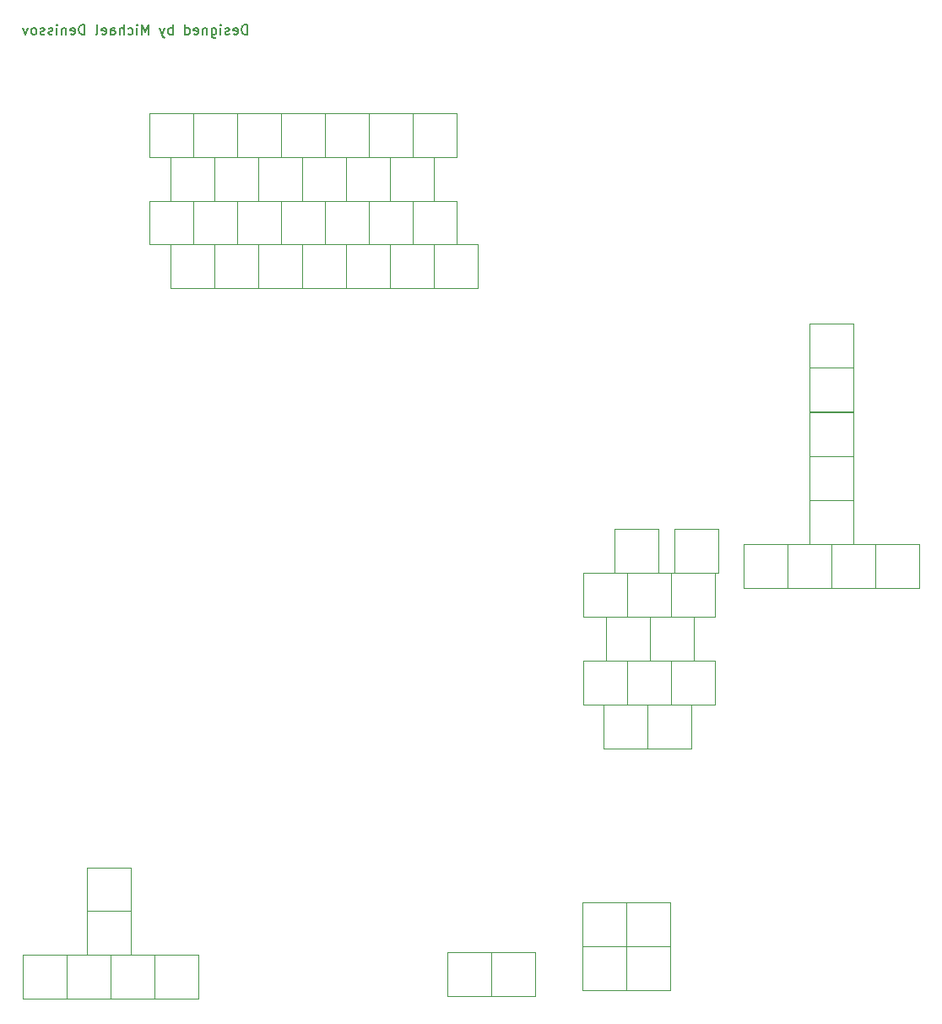
<source format=gbr>
%TF.GenerationSoftware,KiCad,Pcbnew,(5.1.7-5-ga3172d643f)-1*%
%TF.CreationDate,2020-10-31T15:28:03-04:00*%
%TF.ProjectId,board,626f6172-642e-46b6-9963-61645f706362,rev?*%
%TF.SameCoordinates,Original*%
%TF.FileFunction,Legend,Bot*%
%TF.FilePolarity,Positive*%
%FSLAX46Y46*%
G04 Gerber Fmt 4.6, Leading zero omitted, Abs format (unit mm)*
G04 Created by KiCad (PCBNEW (5.1.7-5-ga3172d643f)-1) date 2020-10-31 15:28:03*
%MOMM*%
%LPD*%
G01*
G04 APERTURE LIST*
%ADD10C,0.150000*%
%ADD11C,0.120000*%
G04 APERTURE END LIST*
D10*
X124190476Y-39652380D02*
X124190476Y-38652380D01*
X123952380Y-38652380D01*
X123809523Y-38700000D01*
X123714285Y-38795238D01*
X123666666Y-38890476D01*
X123619047Y-39080952D01*
X123619047Y-39223809D01*
X123666666Y-39414285D01*
X123714285Y-39509523D01*
X123809523Y-39604761D01*
X123952380Y-39652380D01*
X124190476Y-39652380D01*
X122809523Y-39604761D02*
X122904761Y-39652380D01*
X123095238Y-39652380D01*
X123190476Y-39604761D01*
X123238095Y-39509523D01*
X123238095Y-39128571D01*
X123190476Y-39033333D01*
X123095238Y-38985714D01*
X122904761Y-38985714D01*
X122809523Y-39033333D01*
X122761904Y-39128571D01*
X122761904Y-39223809D01*
X123238095Y-39319047D01*
X122380952Y-39604761D02*
X122285714Y-39652380D01*
X122095238Y-39652380D01*
X122000000Y-39604761D01*
X121952380Y-39509523D01*
X121952380Y-39461904D01*
X122000000Y-39366666D01*
X122095238Y-39319047D01*
X122238095Y-39319047D01*
X122333333Y-39271428D01*
X122380952Y-39176190D01*
X122380952Y-39128571D01*
X122333333Y-39033333D01*
X122238095Y-38985714D01*
X122095238Y-38985714D01*
X122000000Y-39033333D01*
X121523809Y-39652380D02*
X121523809Y-38985714D01*
X121523809Y-38652380D02*
X121571428Y-38700000D01*
X121523809Y-38747619D01*
X121476190Y-38700000D01*
X121523809Y-38652380D01*
X121523809Y-38747619D01*
X120619047Y-38985714D02*
X120619047Y-39795238D01*
X120666666Y-39890476D01*
X120714285Y-39938095D01*
X120809523Y-39985714D01*
X120952380Y-39985714D01*
X121047619Y-39938095D01*
X120619047Y-39604761D02*
X120714285Y-39652380D01*
X120904761Y-39652380D01*
X121000000Y-39604761D01*
X121047619Y-39557142D01*
X121095238Y-39461904D01*
X121095238Y-39176190D01*
X121047619Y-39080952D01*
X121000000Y-39033333D01*
X120904761Y-38985714D01*
X120714285Y-38985714D01*
X120619047Y-39033333D01*
X120142857Y-38985714D02*
X120142857Y-39652380D01*
X120142857Y-39080952D02*
X120095238Y-39033333D01*
X120000000Y-38985714D01*
X119857142Y-38985714D01*
X119761904Y-39033333D01*
X119714285Y-39128571D01*
X119714285Y-39652380D01*
X118857142Y-39604761D02*
X118952380Y-39652380D01*
X119142857Y-39652380D01*
X119238095Y-39604761D01*
X119285714Y-39509523D01*
X119285714Y-39128571D01*
X119238095Y-39033333D01*
X119142857Y-38985714D01*
X118952380Y-38985714D01*
X118857142Y-39033333D01*
X118809523Y-39128571D01*
X118809523Y-39223809D01*
X119285714Y-39319047D01*
X117952380Y-39652380D02*
X117952380Y-38652380D01*
X117952380Y-39604761D02*
X118047619Y-39652380D01*
X118238095Y-39652380D01*
X118333333Y-39604761D01*
X118380952Y-39557142D01*
X118428571Y-39461904D01*
X118428571Y-39176190D01*
X118380952Y-39080952D01*
X118333333Y-39033333D01*
X118238095Y-38985714D01*
X118047619Y-38985714D01*
X117952380Y-39033333D01*
X116714285Y-39652380D02*
X116714285Y-38652380D01*
X116714285Y-39033333D02*
X116619047Y-38985714D01*
X116428571Y-38985714D01*
X116333333Y-39033333D01*
X116285714Y-39080952D01*
X116238095Y-39176190D01*
X116238095Y-39461904D01*
X116285714Y-39557142D01*
X116333333Y-39604761D01*
X116428571Y-39652380D01*
X116619047Y-39652380D01*
X116714285Y-39604761D01*
X115904761Y-38985714D02*
X115666666Y-39652380D01*
X115428571Y-38985714D02*
X115666666Y-39652380D01*
X115761904Y-39890476D01*
X115809523Y-39938095D01*
X115904761Y-39985714D01*
X114285714Y-39652380D02*
X114285714Y-38652380D01*
X113952380Y-39366666D01*
X113619047Y-38652380D01*
X113619047Y-39652380D01*
X113142857Y-39652380D02*
X113142857Y-38985714D01*
X113142857Y-38652380D02*
X113190476Y-38700000D01*
X113142857Y-38747619D01*
X113095238Y-38700000D01*
X113142857Y-38652380D01*
X113142857Y-38747619D01*
X112238095Y-39604761D02*
X112333333Y-39652380D01*
X112523809Y-39652380D01*
X112619047Y-39604761D01*
X112666666Y-39557142D01*
X112714285Y-39461904D01*
X112714285Y-39176190D01*
X112666666Y-39080952D01*
X112619047Y-39033333D01*
X112523809Y-38985714D01*
X112333333Y-38985714D01*
X112238095Y-39033333D01*
X111809523Y-39652380D02*
X111809523Y-38652380D01*
X111380952Y-39652380D02*
X111380952Y-39128571D01*
X111428571Y-39033333D01*
X111523809Y-38985714D01*
X111666666Y-38985714D01*
X111761904Y-39033333D01*
X111809523Y-39080952D01*
X110476190Y-39652380D02*
X110476190Y-39128571D01*
X110523809Y-39033333D01*
X110619047Y-38985714D01*
X110809523Y-38985714D01*
X110904761Y-39033333D01*
X110476190Y-39604761D02*
X110571428Y-39652380D01*
X110809523Y-39652380D01*
X110904761Y-39604761D01*
X110952380Y-39509523D01*
X110952380Y-39414285D01*
X110904761Y-39319047D01*
X110809523Y-39271428D01*
X110571428Y-39271428D01*
X110476190Y-39223809D01*
X109619047Y-39604761D02*
X109714285Y-39652380D01*
X109904761Y-39652380D01*
X110000000Y-39604761D01*
X110047619Y-39509523D01*
X110047619Y-39128571D01*
X110000000Y-39033333D01*
X109904761Y-38985714D01*
X109714285Y-38985714D01*
X109619047Y-39033333D01*
X109571428Y-39128571D01*
X109571428Y-39223809D01*
X110047619Y-39319047D01*
X109000000Y-39652380D02*
X109095238Y-39604761D01*
X109142857Y-39509523D01*
X109142857Y-38652380D01*
X107857142Y-39652380D02*
X107857142Y-38652380D01*
X107619047Y-38652380D01*
X107476190Y-38700000D01*
X107380952Y-38795238D01*
X107333333Y-38890476D01*
X107285714Y-39080952D01*
X107285714Y-39223809D01*
X107333333Y-39414285D01*
X107380952Y-39509523D01*
X107476190Y-39604761D01*
X107619047Y-39652380D01*
X107857142Y-39652380D01*
X106476190Y-39604761D02*
X106571428Y-39652380D01*
X106761904Y-39652380D01*
X106857142Y-39604761D01*
X106904761Y-39509523D01*
X106904761Y-39128571D01*
X106857142Y-39033333D01*
X106761904Y-38985714D01*
X106571428Y-38985714D01*
X106476190Y-39033333D01*
X106428571Y-39128571D01*
X106428571Y-39223809D01*
X106904761Y-39319047D01*
X106000000Y-38985714D02*
X106000000Y-39652380D01*
X106000000Y-39080952D02*
X105952380Y-39033333D01*
X105857142Y-38985714D01*
X105714285Y-38985714D01*
X105619047Y-39033333D01*
X105571428Y-39128571D01*
X105571428Y-39652380D01*
X105095238Y-39652380D02*
X105095238Y-38985714D01*
X105095238Y-38652380D02*
X105142857Y-38700000D01*
X105095238Y-38747619D01*
X105047619Y-38700000D01*
X105095238Y-38652380D01*
X105095238Y-38747619D01*
X104666666Y-39604761D02*
X104571428Y-39652380D01*
X104380952Y-39652380D01*
X104285714Y-39604761D01*
X104238095Y-39509523D01*
X104238095Y-39461904D01*
X104285714Y-39366666D01*
X104380952Y-39319047D01*
X104523809Y-39319047D01*
X104619047Y-39271428D01*
X104666666Y-39176190D01*
X104666666Y-39128571D01*
X104619047Y-39033333D01*
X104523809Y-38985714D01*
X104380952Y-38985714D01*
X104285714Y-39033333D01*
X103857142Y-39604761D02*
X103761904Y-39652380D01*
X103571428Y-39652380D01*
X103476190Y-39604761D01*
X103428571Y-39509523D01*
X103428571Y-39461904D01*
X103476190Y-39366666D01*
X103571428Y-39319047D01*
X103714285Y-39319047D01*
X103809523Y-39271428D01*
X103857142Y-39176190D01*
X103857142Y-39128571D01*
X103809523Y-39033333D01*
X103714285Y-38985714D01*
X103571428Y-38985714D01*
X103476190Y-39033333D01*
X102857142Y-39652380D02*
X102952380Y-39604761D01*
X103000000Y-39557142D01*
X103047619Y-39461904D01*
X103047619Y-39176190D01*
X103000000Y-39080952D01*
X102952380Y-39033333D01*
X102857142Y-38985714D01*
X102714285Y-38985714D01*
X102619047Y-39033333D01*
X102571428Y-39080952D01*
X102523809Y-39176190D01*
X102523809Y-39461904D01*
X102571428Y-39557142D01*
X102619047Y-39604761D01*
X102714285Y-39652380D01*
X102857142Y-39652380D01*
X102190476Y-38985714D02*
X101952380Y-39652380D01*
X101714285Y-38985714D01*
D11*
%TO.C,TP98*%
X180600000Y-73000000D02*
X185000000Y-73000000D01*
X185000000Y-73000000D02*
X185000000Y-68600000D01*
X185000000Y-68600000D02*
X180600000Y-68600000D01*
X180600000Y-68600000D02*
X180600000Y-73000000D01*
%TO.C,TP96*%
X187200000Y-95100000D02*
X191600000Y-95100000D01*
X191600000Y-95100000D02*
X191600000Y-90700000D01*
X191600000Y-90700000D02*
X187200000Y-90700000D01*
X187200000Y-90700000D02*
X187200000Y-95100000D01*
%TO.C,TP95*%
X178400000Y-95100000D02*
X182800000Y-95100000D01*
X182800000Y-95100000D02*
X182800000Y-90700000D01*
X182800000Y-90700000D02*
X178400000Y-90700000D01*
X178400000Y-90700000D02*
X178400000Y-95100000D01*
%TO.C,TP93*%
X114900000Y-136300000D02*
X119300000Y-136300000D01*
X119300000Y-136300000D02*
X119300000Y-131900000D01*
X119300000Y-131900000D02*
X114900000Y-131900000D01*
X114900000Y-131900000D02*
X114900000Y-136300000D01*
%TO.C,TP92*%
X101700000Y-136300000D02*
X106100000Y-136300000D01*
X106100000Y-136300000D02*
X106100000Y-131900000D01*
X106100000Y-131900000D02*
X101700000Y-131900000D01*
X101700000Y-131900000D02*
X101700000Y-136300000D01*
%TO.C,TP90*%
X162200000Y-131000000D02*
X166600000Y-131000000D01*
X166600000Y-131000000D02*
X166600000Y-126600000D01*
X166600000Y-126600000D02*
X162200000Y-126600000D01*
X162200000Y-126600000D02*
X162200000Y-131000000D01*
%TO.C,TP89*%
X182800000Y-95100000D02*
X187200000Y-95100000D01*
X187200000Y-95100000D02*
X187200000Y-90700000D01*
X187200000Y-90700000D02*
X182800000Y-90700000D01*
X182800000Y-90700000D02*
X182800000Y-95100000D01*
%TO.C,TP86*%
X108100000Y-127500000D02*
X112500000Y-127500000D01*
X112500000Y-127500000D02*
X112500000Y-123100000D01*
X112500000Y-123100000D02*
X108100000Y-123100000D01*
X108100000Y-123100000D02*
X108100000Y-127500000D01*
%TO.C,TP85*%
X114400000Y-60700000D02*
X118800000Y-60700000D01*
X118800000Y-60700000D02*
X118800000Y-56300000D01*
X118800000Y-56300000D02*
X114400000Y-56300000D01*
X114400000Y-56300000D02*
X114400000Y-60700000D01*
%TO.C,TP83*%
X162200000Y-135400000D02*
X166600000Y-135400000D01*
X166600000Y-135400000D02*
X166600000Y-131000000D01*
X166600000Y-131000000D02*
X162200000Y-131000000D01*
X162200000Y-131000000D02*
X162200000Y-135400000D01*
%TO.C,TP82*%
X157800000Y-131000000D02*
X162200000Y-131000000D01*
X162200000Y-131000000D02*
X162200000Y-126600000D01*
X162200000Y-126600000D02*
X157800000Y-126600000D01*
X157800000Y-126600000D02*
X157800000Y-131000000D01*
%TO.C,TP78*%
X108100000Y-131900000D02*
X112500000Y-131900000D01*
X112500000Y-131900000D02*
X112500000Y-127500000D01*
X112500000Y-127500000D02*
X108100000Y-127500000D01*
X108100000Y-127500000D02*
X108100000Y-131900000D01*
%TO.C,TP77*%
X110500000Y-136300000D02*
X114900000Y-136300000D01*
X114900000Y-136300000D02*
X114900000Y-131900000D01*
X114900000Y-131900000D02*
X110500000Y-131900000D01*
X110500000Y-131900000D02*
X110500000Y-136300000D01*
%TO.C,TP75*%
X157800000Y-135400000D02*
X162200000Y-135400000D01*
X162200000Y-135400000D02*
X162200000Y-131000000D01*
X162200000Y-131000000D02*
X157800000Y-131000000D01*
X157800000Y-131000000D02*
X157800000Y-135400000D01*
%TO.C,TP70*%
X180600000Y-77400000D02*
X185000000Y-77400000D01*
X185000000Y-77400000D02*
X185000000Y-73000000D01*
X185000000Y-73000000D02*
X180600000Y-73000000D01*
X180600000Y-73000000D02*
X180600000Y-77400000D01*
%TO.C,TP69*%
X142900000Y-65100000D02*
X147300000Y-65100000D01*
X147300000Y-65100000D02*
X147300000Y-60700000D01*
X147300000Y-60700000D02*
X142900000Y-60700000D01*
X142900000Y-60700000D02*
X142900000Y-65100000D01*
%TO.C,TP67*%
X162300000Y-98000000D02*
X162300000Y-93600000D01*
X162300000Y-93600000D02*
X157900000Y-93600000D01*
X157900000Y-93600000D02*
X157900000Y-98000000D01*
X157900000Y-98000000D02*
X162300000Y-98000000D01*
%TO.C,TP62*%
X180600000Y-81900000D02*
X185000000Y-81900000D01*
X185000000Y-81900000D02*
X185000000Y-77500000D01*
X185000000Y-77500000D02*
X180600000Y-77500000D01*
X180600000Y-77500000D02*
X180600000Y-81900000D01*
%TO.C,TP61*%
X106100000Y-136300000D02*
X110500000Y-136300000D01*
X110500000Y-136300000D02*
X110500000Y-131900000D01*
X110500000Y-131900000D02*
X106100000Y-131900000D01*
X106100000Y-131900000D02*
X106100000Y-136300000D01*
%TO.C,TP60*%
X166700000Y-98000000D02*
X166700000Y-93600000D01*
X166700000Y-93600000D02*
X162300000Y-93600000D01*
X162300000Y-93600000D02*
X162300000Y-98000000D01*
X162300000Y-98000000D02*
X166700000Y-98000000D01*
%TO.C,TP59*%
X164600000Y-102400000D02*
X164600000Y-98000000D01*
X164600000Y-98000000D02*
X160200000Y-98000000D01*
X160200000Y-98000000D02*
X160200000Y-102400000D01*
X160200000Y-102400000D02*
X164600000Y-102400000D01*
%TO.C,TP55*%
X180600000Y-86300000D02*
X185000000Y-86300000D01*
X185000000Y-86300000D02*
X185000000Y-81900000D01*
X185000000Y-81900000D02*
X180600000Y-81900000D01*
X180600000Y-81900000D02*
X180600000Y-86300000D01*
%TO.C,TP54*%
X144300000Y-131600000D02*
X144300000Y-136000000D01*
X144300000Y-136000000D02*
X148700000Y-136000000D01*
X148700000Y-136000000D02*
X148700000Y-131600000D01*
X148700000Y-131600000D02*
X144300000Y-131600000D01*
%TO.C,TP53*%
X116500000Y-56300000D02*
X120900000Y-56300000D01*
X120900000Y-56300000D02*
X120900000Y-51900000D01*
X120900000Y-51900000D02*
X116500000Y-51900000D01*
X116500000Y-51900000D02*
X116500000Y-56300000D01*
%TO.C,TP52*%
X171100000Y-98000000D02*
X171100000Y-93600000D01*
X171100000Y-93600000D02*
X166700000Y-93600000D01*
X166700000Y-93600000D02*
X166700000Y-98000000D01*
X166700000Y-98000000D02*
X171100000Y-98000000D01*
%TO.C,TP51*%
X169000000Y-102400000D02*
X169000000Y-98000000D01*
X169000000Y-98000000D02*
X164600000Y-98000000D01*
X164600000Y-98000000D02*
X164600000Y-102400000D01*
X164600000Y-102400000D02*
X169000000Y-102400000D01*
%TO.C,TP48*%
X180600000Y-90700000D02*
X185000000Y-90700000D01*
X185000000Y-90700000D02*
X185000000Y-86300000D01*
X185000000Y-86300000D02*
X180600000Y-86300000D01*
X180600000Y-86300000D02*
X180600000Y-90700000D01*
%TO.C,TP47*%
X120900000Y-65100000D02*
X120900000Y-60700000D01*
X120900000Y-60700000D02*
X116500000Y-60700000D01*
X116500000Y-60700000D02*
X116500000Y-65100000D01*
X116500000Y-65100000D02*
X120900000Y-65100000D01*
%TO.C,TP46*%
X118800000Y-51900000D02*
X123200000Y-51900000D01*
X123200000Y-51900000D02*
X123200000Y-47500000D01*
X123200000Y-47500000D02*
X118800000Y-47500000D01*
X118800000Y-47500000D02*
X118800000Y-51900000D01*
%TO.C,TP45*%
X127600000Y-51900000D02*
X127600000Y-47500000D01*
X127600000Y-47500000D02*
X123200000Y-47500000D01*
X123200000Y-47500000D02*
X123200000Y-51900000D01*
X123200000Y-51900000D02*
X127600000Y-51900000D01*
%TO.C,TP44*%
X162300000Y-106800000D02*
X162300000Y-102400000D01*
X162300000Y-102400000D02*
X157900000Y-102400000D01*
X157900000Y-102400000D02*
X157900000Y-106800000D01*
X157900000Y-106800000D02*
X162300000Y-106800000D01*
%TO.C,TP43*%
X166700000Y-106800000D02*
X166700000Y-102400000D01*
X166700000Y-102400000D02*
X162300000Y-102400000D01*
X162300000Y-102400000D02*
X162300000Y-106800000D01*
X162300000Y-106800000D02*
X166700000Y-106800000D01*
%TO.C,TP41*%
X174000000Y-95100000D02*
X178400000Y-95100000D01*
X178400000Y-95100000D02*
X178400000Y-90700000D01*
X178400000Y-90700000D02*
X174000000Y-90700000D01*
X174000000Y-90700000D02*
X174000000Y-95100000D01*
%TO.C,TP40*%
X125300000Y-65100000D02*
X125300000Y-60700000D01*
X125300000Y-60700000D02*
X120900000Y-60700000D01*
X120900000Y-60700000D02*
X120900000Y-65100000D01*
X120900000Y-65100000D02*
X125300000Y-65100000D01*
%TO.C,TP39*%
X114400000Y-51900000D02*
X118800000Y-51900000D01*
X118800000Y-51900000D02*
X118800000Y-47500000D01*
X118800000Y-47500000D02*
X114400000Y-47500000D01*
X114400000Y-47500000D02*
X114400000Y-51900000D01*
%TO.C,TP38*%
X132000000Y-51900000D02*
X132000000Y-47500000D01*
X132000000Y-47500000D02*
X127600000Y-47500000D01*
X127600000Y-47500000D02*
X127600000Y-51900000D01*
X127600000Y-51900000D02*
X132000000Y-51900000D01*
%TO.C,TP36*%
X171100000Y-106800000D02*
X171100000Y-102400000D01*
X171100000Y-102400000D02*
X166700000Y-102400000D01*
X166700000Y-102400000D02*
X166700000Y-106800000D01*
X166700000Y-106800000D02*
X171100000Y-106800000D01*
%TO.C,TP35*%
X168700000Y-111200000D02*
X168700000Y-106800000D01*
X168700000Y-106800000D02*
X164300000Y-106800000D01*
X164300000Y-106800000D02*
X164300000Y-111200000D01*
X164300000Y-111200000D02*
X168700000Y-111200000D01*
%TO.C,TP34*%
X148700000Y-136000000D02*
X153100000Y-136000000D01*
X153100000Y-136000000D02*
X153100000Y-131600000D01*
X153100000Y-131600000D02*
X148700000Y-131600000D01*
X148700000Y-131600000D02*
X148700000Y-136000000D01*
%TO.C,TP33*%
X129700000Y-65100000D02*
X129700000Y-60700000D01*
X129700000Y-60700000D02*
X125300000Y-60700000D01*
X125300000Y-60700000D02*
X125300000Y-65100000D01*
X125300000Y-65100000D02*
X129700000Y-65100000D01*
%TO.C,TP31*%
X136400000Y-51900000D02*
X136400000Y-47500000D01*
X136400000Y-47500000D02*
X132000000Y-47500000D01*
X132000000Y-47500000D02*
X132000000Y-51900000D01*
X132000000Y-51900000D02*
X136400000Y-51900000D01*
%TO.C,TP30*%
X129700000Y-56300000D02*
X129700000Y-51900000D01*
X129700000Y-51900000D02*
X125300000Y-51900000D01*
X125300000Y-51900000D02*
X125300000Y-56300000D01*
X125300000Y-56300000D02*
X129700000Y-56300000D01*
%TO.C,TP29*%
X127600000Y-60700000D02*
X127600000Y-56300000D01*
X127600000Y-56300000D02*
X123200000Y-56300000D01*
X123200000Y-56300000D02*
X123200000Y-60700000D01*
X123200000Y-60700000D02*
X127600000Y-60700000D01*
%TO.C,TP28*%
X164300000Y-111200000D02*
X164300000Y-106800000D01*
X164300000Y-106800000D02*
X159900000Y-106800000D01*
X159900000Y-106800000D02*
X159900000Y-111200000D01*
X159900000Y-111200000D02*
X164300000Y-111200000D01*
%TO.C,TP27*%
X165400000Y-93600000D02*
X165400000Y-89200000D01*
X165400000Y-89200000D02*
X161000000Y-89200000D01*
X161000000Y-89200000D02*
X161000000Y-93600000D01*
X161000000Y-93600000D02*
X165400000Y-93600000D01*
%TO.C,TP26*%
X134100000Y-65100000D02*
X134100000Y-60700000D01*
X134100000Y-60700000D02*
X129700000Y-60700000D01*
X129700000Y-60700000D02*
X129700000Y-65100000D01*
X129700000Y-65100000D02*
X134100000Y-65100000D01*
%TO.C,TP24*%
X140800000Y-51900000D02*
X140800000Y-47500000D01*
X140800000Y-47500000D02*
X136400000Y-47500000D01*
X136400000Y-47500000D02*
X136400000Y-51900000D01*
X136400000Y-51900000D02*
X140800000Y-51900000D01*
%TO.C,TP23*%
X134100000Y-56300000D02*
X134100000Y-51900000D01*
X134100000Y-51900000D02*
X129700000Y-51900000D01*
X129700000Y-51900000D02*
X129700000Y-56300000D01*
X129700000Y-56300000D02*
X134100000Y-56300000D01*
%TO.C,TP22*%
X132000000Y-60700000D02*
X132000000Y-56300000D01*
X132000000Y-56300000D02*
X127600000Y-56300000D01*
X127600000Y-56300000D02*
X127600000Y-60700000D01*
X127600000Y-60700000D02*
X132000000Y-60700000D01*
%TO.C,TP21*%
X171450000Y-93600000D02*
X171450000Y-89200000D01*
X171450000Y-89200000D02*
X167050000Y-89200000D01*
X167050000Y-89200000D02*
X167050000Y-93600000D01*
X167050000Y-93600000D02*
X171450000Y-93600000D01*
%TO.C,TP20*%
X138500000Y-65100000D02*
X138500000Y-60700000D01*
X138500000Y-60700000D02*
X134100000Y-60700000D01*
X134100000Y-60700000D02*
X134100000Y-65100000D01*
X134100000Y-65100000D02*
X138500000Y-65100000D01*
%TO.C,TP19*%
X140800000Y-51900000D02*
X145200000Y-51900000D01*
X145200000Y-51900000D02*
X145200000Y-47500000D01*
X145200000Y-47500000D02*
X140800000Y-47500000D01*
X140800000Y-47500000D02*
X140800000Y-51900000D01*
%TO.C,TP17*%
X138500000Y-56300000D02*
X138500000Y-51900000D01*
X138500000Y-51900000D02*
X134100000Y-51900000D01*
X134100000Y-51900000D02*
X134100000Y-56300000D01*
X134100000Y-56300000D02*
X138500000Y-56300000D01*
%TO.C,TP16*%
X136400000Y-60700000D02*
X136400000Y-56300000D01*
X136400000Y-56300000D02*
X132000000Y-56300000D01*
X132000000Y-56300000D02*
X132000000Y-60700000D01*
X132000000Y-60700000D02*
X136400000Y-60700000D01*
%TO.C,TP15*%
X142900000Y-65100000D02*
X142900000Y-60700000D01*
X142900000Y-60700000D02*
X138500000Y-60700000D01*
X138500000Y-60700000D02*
X138500000Y-65100000D01*
X138500000Y-65100000D02*
X142900000Y-65100000D01*
%TO.C,TP14*%
X138500000Y-56300000D02*
X142900000Y-56300000D01*
X142900000Y-56300000D02*
X142900000Y-51900000D01*
X142900000Y-51900000D02*
X138500000Y-51900000D01*
X138500000Y-51900000D02*
X138500000Y-56300000D01*
%TO.C,TP13*%
X125300000Y-56300000D02*
X125300000Y-51900000D01*
X125300000Y-51900000D02*
X120900000Y-51900000D01*
X120900000Y-51900000D02*
X120900000Y-56300000D01*
X120900000Y-56300000D02*
X125300000Y-56300000D01*
%TO.C,TP11*%
X140800000Y-60700000D02*
X140800000Y-56300000D01*
X140800000Y-56300000D02*
X136400000Y-56300000D01*
X136400000Y-56300000D02*
X136400000Y-60700000D01*
X136400000Y-60700000D02*
X140800000Y-60700000D01*
%TO.C,TP10*%
X140800000Y-60700000D02*
X145200000Y-60700000D01*
X145200000Y-60700000D02*
X145200000Y-56300000D01*
X145200000Y-56300000D02*
X140800000Y-56300000D01*
X140800000Y-56300000D02*
X140800000Y-60700000D01*
%TO.C,TP6*%
X118800000Y-60700000D02*
X123200000Y-60700000D01*
X123200000Y-60700000D02*
X123200000Y-56300000D01*
X123200000Y-56300000D02*
X118800000Y-56300000D01*
X118800000Y-56300000D02*
X118800000Y-60700000D01*
%TD*%
M02*

</source>
